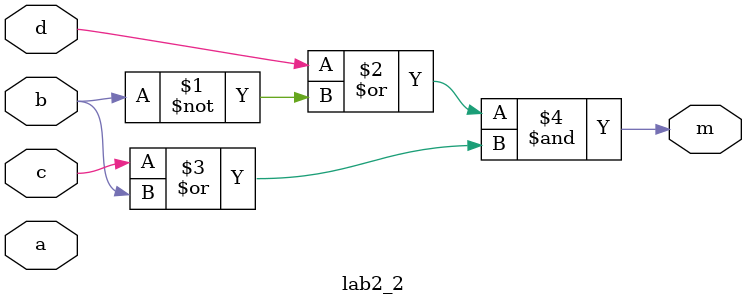
<source format=v>
module lab2_2(a, b, c,d, m);
input a, b,c,d;
output m;

assign m =(d|(~b))&(c|b);

endmodule

</source>
